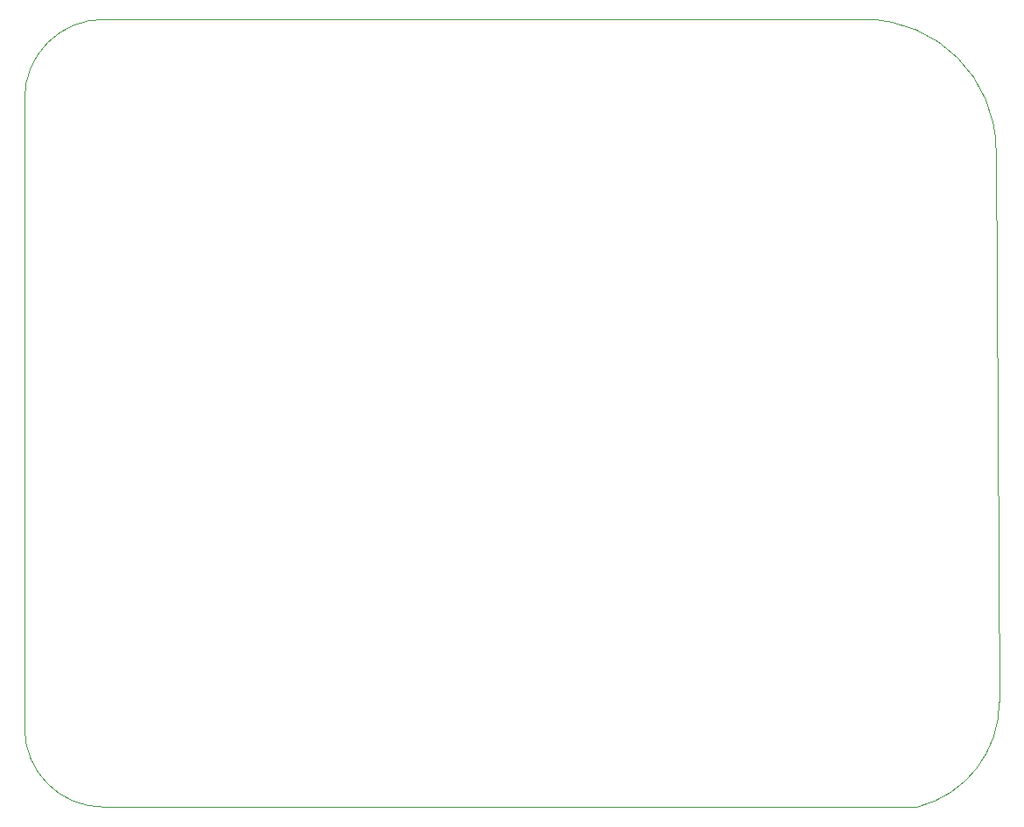
<source format=gm1>
G04 #@! TF.GenerationSoftware,KiCad,Pcbnew,(5.1.12)-1*
G04 #@! TF.CreationDate,2022-07-24T10:45:22+02:00*
G04 #@! TF.ProjectId,telemetria tyl,74656c65-6d65-4747-9269-612074796c2e,rev?*
G04 #@! TF.SameCoordinates,Original*
G04 #@! TF.FileFunction,Profile,NP*
%FSLAX46Y46*%
G04 Gerber Fmt 4.6, Leading zero omitted, Abs format (unit mm)*
G04 Created by KiCad (PCBNEW (5.1.12)-1) date 2022-07-24 10:45:22*
%MOMM*%
%LPD*%
G01*
G04 APERTURE LIST*
G04 #@! TA.AperFunction,Profile*
%ADD10C,0.050000*%
G04 #@! TD*
G04 APERTURE END LIST*
D10*
X129540000Y-88900000D02*
X129540000Y-86360000D01*
X129540000Y-147320000D02*
X129540000Y-88900000D01*
X215900000Y-154940000D02*
X137160000Y-154940000D01*
X137160000Y-154940000D02*
G75*
G02*
X129540000Y-147320000I0J7620000D01*
G01*
X129540000Y-86360000D02*
G75*
G02*
X137160000Y-78740000I7620000J0D01*
G01*
X210820000Y-78740000D02*
X137160000Y-78740000D01*
X210820000Y-78740000D02*
G75*
G02*
X223520000Y-91440000I0J-12700000D01*
G01*
X223832687Y-144780001D02*
X223520000Y-91440000D01*
X223832687Y-144780001D02*
G75*
G02*
X215899999Y-154939999I-10472687J1D01*
G01*
M02*

</source>
